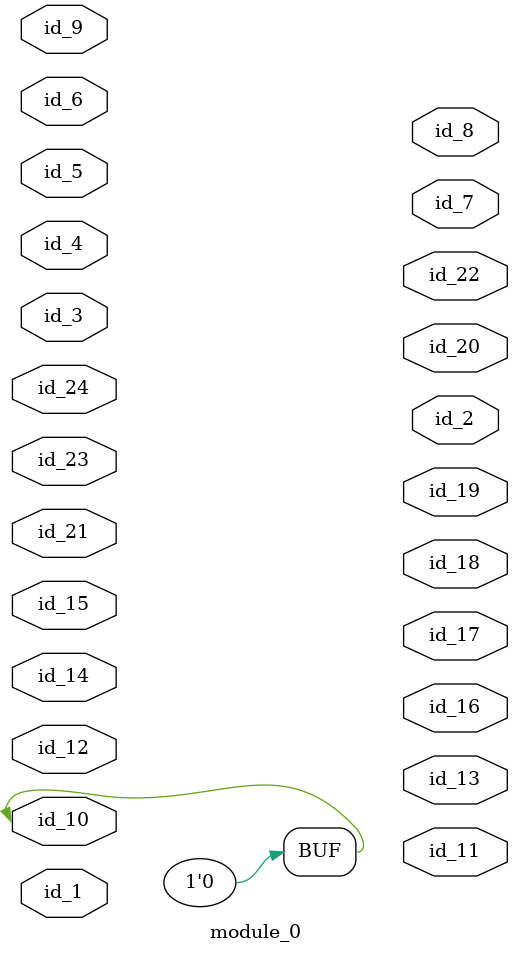
<source format=v>
module module_0 (
    id_1,
    id_2,
    id_3,
    id_4,
    id_5,
    id_6,
    id_7,
    id_8,
    id_9,
    id_10,
    id_11,
    id_12,
    id_13,
    id_14,
    id_15,
    id_16,
    id_17,
    id_18,
    id_19,
    id_20,
    id_21,
    id_22,
    id_23,
    id_24
);
  input id_24;
  input id_23;
  output id_22;
  input id_21;
  output id_20;
  output id_19;
  output id_18;
  output id_17;
  output id_16;
  input id_15;
  input id_14;
  output id_13;
  input id_12;
  output id_11;
  input id_10;
  input id_9;
  output id_8;
  output id_7;
  input id_6;
  input id_5;
  input id_4;
  input id_3;
  output id_2;
  input id_1;
  assign id_10 = 1'd0;
endmodule

</source>
